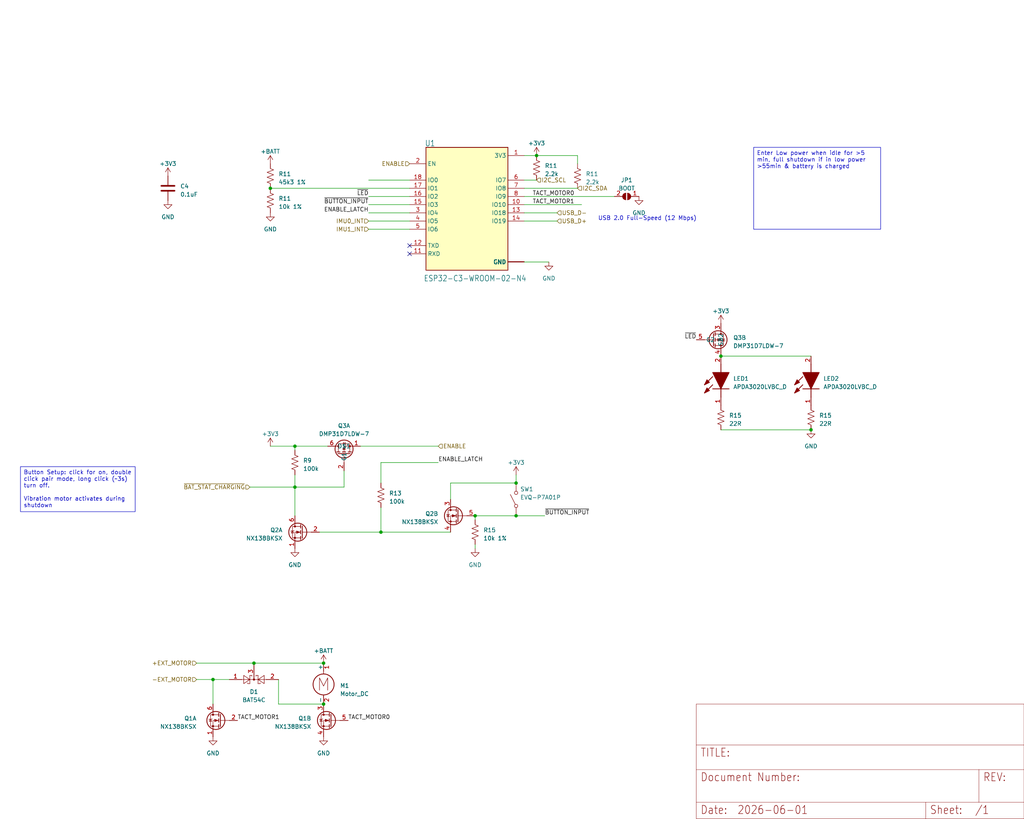
<source format=kicad_sch>
(kicad_sch (version 20230121) (generator eeschema)
  (paper "User" 317.5 254.051)
  (lib_symbols
    (symbol "Device:C" (pin_numbers hide) (pin_names (offset 0.254))
      (property "Reference" "C" (at 0.635 2.54 0))
      (property "Value" "C" (at 0.635 -2.54 0))
      (symbol "C_0_1"
        (polyline (pts (xy -2.032 -0.762) (xy 2.032 -0.762)) (stroke (width 0.508)))
        (polyline (pts (xy -2.032 0.762) (xy 2.032 0.762)) (stroke (width 0.508)))
      )
      (symbol "C_1_1"
        (pin passive line (at 0 3.81 270) (length 2.794) (name "~") (number "1"))
        (pin passive line (at 0 -3.81 90) (length 2.794) (name "~") (number "2"))
      )
    )
    (symbol "Device:R_US" (pin_numbers hide) (pin_names (offset 0))
      (property "Reference" "R" (at 2.54 0 90))
      (property "Value" "R_US" (at -2.54 0 90))
      (symbol "R_US_0_1"
        (polyline (pts (xy 0 -2.286) (xy 0 -2.54)))
        (polyline (pts (xy 0 2.286) (xy 0 2.54)))
        (polyline (pts (xy 0 -0.762) (xy 1.016 -1.143) (xy 0 -1.524) (xy -1.016 -1.905) (xy 0 -2.286)))
        (polyline (pts (xy 0 0.762) (xy 1.016 0.381) (xy 0 0) (xy -1.016 -0.381) (xy 0 -0.762)))
        (polyline (pts (xy 0 2.286) (xy 1.016 1.905) (xy 0 1.524) (xy -1.016 1.143) (xy 0 0.762)))
      )
      (symbol "R_US_1_1"
        (pin passive line (at 0 3.81 270) (length 1.27) (name "~") (number "1"))
        (pin passive line (at 0 -3.81 90) (length 1.27) (name "~") (number "2"))
      )
    )
    (symbol "Diode:BAT54C" (pin_names (offset 1.016))
      (property "Reference" "D" (at 0.635 -3.81 0))
      (property "Value" "BAT54C" (at -6.35 3.175 0))
      (symbol "BAT54C_0_1"
        (polyline (pts (xy -1.905 0) (xy 1.905 0)))
        (polyline (pts (xy -1.905 1.27) (xy -1.905 1.016)))
        (polyline (pts (xy -1.27 -1.27) (xy -0.635 -1.27)))
        (polyline (pts (xy -1.27 0) (xy -3.81 0)))
        (polyline (pts (xy -1.27 1.27) (xy -1.905 1.27)))
        (polyline (pts (xy -1.27 1.27) (xy -1.27 -1.27)))
        (polyline (pts (xy -0.635 -1.27) (xy -0.635 -1.016)))
        (polyline (pts (xy 0.635 -1.27) (xy 0.635 -1.016)))
        (polyline (pts (xy 1.27 -1.27) (xy 0.635 -1.27)))
        (polyline (pts (xy 1.27 1.27) (xy 1.27 -1.27)))
        (polyline (pts (xy 1.27 1.27) (xy 1.905 1.27)))
        (polyline (pts (xy 1.905 1.27) (xy 1.905 1.016)))
        (polyline (pts (xy 3.81 0) (xy 1.27 0)))
        (polyline (pts (xy -3.175 -1.27) (xy -3.175 1.27) (xy -1.27 0) (xy -3.175 -1.27)))
        (polyline (pts (xy 3.175 -1.27) (xy 3.175 1.27) (xy 1.27 0) (xy 3.175 -1.27)))
        (circle (center 0 0) (radius 0.254) (fill (type outline)))
      )
      (symbol "BAT54C_1_1"
        (pin passive line (at -7.62 0 0) (length 3.81) (name "~") (number "1"))
        (pin passive line (at 7.62 0 180) (length 3.81) (name "~") (number "2"))
        (pin passive line (at 0 -5.08 90) (length 5.08) (name "~") (number "3"))
      )
    )
    (symbol "Eros Tracker-eagle-import:FRAME_A_L"
      (symbol "FRAME_A_L_1_0"
        (polyline (pts (xy 0 43.18) (xy 3.81 43.18)))
        (polyline (pts (xy 0 86.36) (xy 3.81 86.36)))
        (polyline (pts (xy 0 129.54) (xy 3.81 129.54)))
        (polyline (pts (xy 0 172.72) (xy 3.81 172.72)))
        (polyline (pts (xy 3.81 3.81) (xy 3.81 212.09)))
        (polyline (pts (xy 46.5667 0) (xy 46.5667 3.81)))
        (polyline (pts (xy 93.1333 0) (xy 93.1333 3.81)))
        (polyline (pts (xy 139.7 0) (xy 139.7 3.81)))
        (polyline (pts (xy 186.2667 0) (xy 186.2667 3.81)))
        (polyline (pts (xy 232.8333 0) (xy 232.8333 3.81)))
        (polyline (pts (xy 275.59 3.81) (xy 275.59 212.09)))
        (polyline (pts (xy 275.59 43.18) (xy 279.4 43.18)))
        (polyline (pts (xy 275.59 86.36) (xy 279.4 86.36)))
        (polyline (pts (xy 275.59 129.54) (xy 279.4 129.54)))
        (polyline (pts (xy 275.59 172.72) (xy 279.4 172.72)))
        (polyline (pts (xy 275.59 212.09) (xy 3.81 212.09)))
        (polyline (pts (xy 0 0) (xy 279.4 0) (xy 279.4 215.9) (xy 0 215.9) (xy 0 0)))
        (text "1" (at 23.2833 213.995 0) (effects (font (size 2.54 2.286))))
        (text "2" (at 69.85 213.995 0) (effects (font (size 2.54 2.286))))
        (text "3" (at 116.4167 213.995 0) (effects (font (size 2.54 2.286))))
        (text "4" (at 162.9833 213.995 0) (effects (font (size 2.54 2.286))))
        (text "5" (at 209.55 213.995 0) (effects (font (size 2.54 2.286))))
        (text "6" (at 256.1167 213.995 0) (effects (font (size 2.54 2.286))))
        (text "A" (at 1.905 194.31 0) (effects (font (size 2.54 2.286))))
        (text "A" (at 277.495 194.31 0) (effects (font (size 2.54 2.286))))
        (text "B" (at 1.905 151.13 0) (effects (font (size 2.54 2.286))))
        (text "B" (at 277.495 151.13 0) (effects (font (size 2.54 2.286))))
        (text "C" (at 1.905 107.95 0) (effects (font (size 2.54 2.286))))
        (text "C" (at 277.495 107.95 0) (effects (font (size 2.54 2.286))))
        (text "D" (at 1.905 64.77 0) (effects (font (size 2.54 2.286))))
        (text "D" (at 277.495 64.77 0) (effects (font (size 2.54 2.286))))
        (text "E" (at 1.905 21.59 0) (effects (font (size 2.54 2.286))))
        (text "E" (at 277.495 21.59 0) (effects (font (size 2.54 2.286))))
      )
      (symbol "FRAME_A_L_2_0"
        (polyline (pts (xy 0 0) (xy 0 5.08)) (stroke (width 0.1016)))
        (polyline (pts (xy 0 0) (xy 71.12 0)) (stroke (width 0.1016)))
        (polyline (pts (xy 0 5.08) (xy 0 15.24)) (stroke (width 0.1016)))
        (polyline (pts (xy 0 5.08) (xy 71.12 5.08)) (stroke (width 0.1016)))
        (polyline (pts (xy 0 15.24) (xy 0 22.86)) (stroke (width 0.1016)))
        (polyline (pts (xy 0 22.86) (xy 0 35.56)) (stroke (width 0.1016)))
        (polyline (pts (xy 0 22.86) (xy 101.6 22.86)) (stroke (width 0.1016)))
        (polyline (pts (xy 71.12 0) (xy 101.6 0)) (stroke (width 0.1016)))
        (polyline (pts (xy 71.12 5.08) (xy 71.12 0)) (stroke (width 0.1016)))
        (polyline (pts (xy 71.12 5.08) (xy 87.63 5.08)) (stroke (width 0.1016)))
        (polyline (pts (xy 87.63 5.08) (xy 101.6 5.08)) (stroke (width 0.1016)))
        (polyline (pts (xy 87.63 15.24) (xy 0 15.24)) (stroke (width 0.1016)))
        (polyline (pts (xy 87.63 15.24) (xy 87.63 5.08)) (stroke (width 0.1016)))
        (polyline (pts (xy 101.6 5.08) (xy 101.6 0)) (stroke (width 0.1016)))
        (polyline (pts (xy 101.6 15.24) (xy 87.63 15.24)) (stroke (width 0.1016)))
        (polyline (pts (xy 101.6 15.24) (xy 101.6 5.08)) (stroke (width 0.1016)))
        (polyline (pts (xy 101.6 22.86) (xy 101.6 15.24)) (stroke (width 0.1016)))
        (polyline (pts (xy 101.6 35.56) (xy 0 35.56)) (stroke (width 0.1016)))
        (polyline (pts (xy 101.6 35.56) (xy 101.6 22.86)) (stroke (width 0.1016)))
        (text "${#}/${##}" (at 86.36 1.27 0) (effects (font (size 2.54 2.159)) (justify left bottom)))
        (text "${CURRENT_DATE}" (at 12.7 1.27 0) (effects (font (size 2.54 2.159)) (justify left bottom)))
        (text "${PROJECTNAME}" (at 17.78 19.05 0) (effects (font (size 2.54 2.159)) (justify left bottom)))
        (text "Date:" (at 1.27 1.27 0) (effects (font (size 2.54 2.159)) (justify left bottom)))
        (text "Document Number:" (at 1.27 11.43 0) (effects (font (size 2.54 2.159)) (justify left bottom)))
        (text "REV:" (at 88.9 11.43 0) (effects (font (size 2.54 2.159)) (justify left bottom)))
        (text "Sheet:" (at 72.39 1.27 0) (effects (font (size 2.54 2.159)) (justify left bottom)))
        (text "TITLE:" (at 1.27 19.05 0) (effects (font (size 2.54 2.159)) (justify left bottom)))
      )
    )
    (symbol "Eros Tracker:APDA3020LVBC_D" (pin_names hide)
      (property "Reference" "LED" (at 12.7 8.89 0))
      (property "Value" "APDA3020LVBC_D" (at 12.7 6.35 0))
      (symbol "APDA3020LVBC_D_1_1"
        (polyline (pts (xy 2.54 0) (xy 5.08 0)) (stroke (width 0.254)))
        (polyline (pts (xy 5.08 2.54) (xy 5.08 -2.54)) (stroke (width 0.254)))
        (polyline (pts (xy 6.35 2.54) (xy 3.81 5.08)) (stroke (width 0.254)))
        (polyline (pts (xy 8.89 2.54) (xy 6.35 5.08)) (stroke (width 0.254)))
        (polyline (pts (xy 10.16 0) (xy 12.7 0)) (stroke (width 0.254)))
        (polyline (pts (xy 5.08 0) (xy 10.16 2.54) (xy 10.16 -2.54) (xy 5.08 0)) (stroke (width 0.254)) (fill (type outline)))
        (polyline (pts (xy 5.334 4.318) (xy 4.572 3.556) (xy 3.81 5.08) (xy 5.334 4.318)) (stroke (width 0.254)) (fill (type outline)))
        (polyline (pts (xy 7.874 4.318) (xy 7.112 3.556) (xy 6.35 5.08) (xy 7.874 4.318)) (stroke (width 0.254)) (fill (type outline)))
        (pin passive line (at 0 0 0) (length 2.54) (name "K") (number "1"))
        (pin passive line (at 15.24 0 180) (length 2.54) (name "A") (number "2"))
      )
    )
    (symbol "Eros Tracker:DMP31D7LDW-7"
      (property "Reference" "Q" (at 2.54 7.62 0))
      (property "Value" "DMP31D7LDW-7" (at 2.54 5.08 0))
      (symbol "DMP31D7LDW-7_0_1"
        (circle (center -0.889 0) (radius 2.794) (stroke (width 0.254)))
        (circle (center 0 -1.778) (radius 0.254) (fill (type outline)))
        (polyline (pts (xy -2.286 0) (xy -5.08 0)))
        (polyline (pts (xy -2.286 1.905) (xy -2.286 -1.905)) (stroke (width 0.254)))
        (polyline (pts (xy -1.778 -1.27) (xy -1.778 -2.286)) (stroke (width 0.254)))
        (polyline (pts (xy -1.778 0.508) (xy -1.778 -0.508)) (stroke (width 0.254)))
        (polyline (pts (xy -1.778 2.286) (xy -1.778 1.27)) (stroke (width 0.254)))
        (polyline (pts (xy 0 2.54) (xy 0 1.778)))
        (polyline (pts (xy 0 -2.54) (xy 0 0) (xy -1.778 0)))
        (polyline (pts (xy -1.778 -1.778) (xy 0.762 -1.778) (xy 0.762 1.778) (xy -1.778 1.778)))
        (polyline (pts (xy 0 0) (xy -1.016 0.381) (xy -1.016 -0.381) (xy 0 0)) (fill (type outline)))
        (polyline (pts (xy 0.254 -0.508) (xy 0.381 -0.381) (xy 1.143 -0.381) (xy 1.27 -0.254)))
        (polyline (pts (xy 0.762 -0.381) (xy 0.381 0.254) (xy 1.143 0.254) (xy 0.762 -0.381)))
        (circle (center 0 1.778) (radius 0.254) (fill (type outline)))
      )
      (symbol "DMP31D7LDW-7_1_1"
        (pin passive line (at 0 -5.08 90) (length 2.54) (name "S1") (number "1"))
        (pin passive line (at -7.62 0 0) (length 2.54) (name "G1") (number "2"))
        (pin passive line (at 0 5.08 270) (length 2.54) (name "D1") (number "6"))
      )
      (symbol "DMP31D7LDW-7_2_1"
        (pin passive line (at 0 5.08 270) (length 2.54) (name "D2") (number "3"))
        (pin passive line (at 0 -5.08 90) (length 2.54) (name "S2") (number "4"))
        (pin passive line (at -7.62 0 0) (length 2.54) (name "G2") (number "5"))
      )
    )
    (symbol "Eros Tracker:ESP32-C3-WROOM-02-N4"
      (property "Reference" "U?" (at -12.7 21.082 0))
      (property "Value" "ESP32-C3-WROOM-02-N4" (at -12.7 -18.542 0))
      (symbol "ESP32-C3-WROOM-02-N4_1_0"
        (pin power_in line (at 17.78 17.78 180) (length 5.08) (name "3V3") (number "1"))
        (pin bidirectional line (at 17.78 2.54 180) (length 5.08) (name "IO10") (number "10"))
        (pin bidirectional line (at -17.78 -12.7 0) (length 5.08) (name "RXD") (number "11"))
        (pin bidirectional line (at -17.78 -10.16 0) (length 5.08) (name "TXD") (number "12"))
        (pin bidirectional line (at 17.78 0 180) (length 5.08) (name "IO18") (number "13"))
        (pin bidirectional line (at 17.78 -2.54 180) (length 5.08) (name "IO19") (number "14"))
        (pin bidirectional line (at -17.78 2.54 0) (length 5.08) (name "IO3") (number "15"))
        (pin bidirectional line (at -17.78 5.08 0) (length 5.08) (name "IO2") (number "16"))
        (pin bidirectional line (at -17.78 7.62 0) (length 5.08) (name "IO1") (number "17"))
        (pin bidirectional line (at -17.78 10.16 0) (length 5.08) (name "IO0") (number "18"))
        (pin power_in line (at 17.78 -15.24 180) (length 5.08) (name "GND") (number "19"))
        (pin input line (at -17.78 15.24 0) (length 5.08) (name "EN") (number "2"))
        (pin power_in line (at 17.78 -15.24 180) (length 5.08) (name "GND") (number "20"))
        (pin power_in line (at 17.78 -15.24 180) (length 5.08) (name "GND") (number "21"))
        (pin power_in line (at 17.78 -15.24 180) (length 5.08) (name "GND") (number "22"))
        (pin power_in line (at 17.78 -15.24 180) (length 5.08) (name "GND") (number "23"))
        (pin power_in line (at 17.78 -15.24 180) (length 5.08) (name "GND") (number "24"))
        (pin power_in line (at 17.78 -15.24 180) (length 5.08) (name "GND") (number "25"))
        (pin power_in line (at 17.78 -15.24 180) (length 5.08) (name "GND") (number "26"))
        (pin power_in line (at 17.78 -15.24 180) (length 5.08) (name "GND") (number "27"))
        (pin power_in line (at 17.78 -15.24 180) (length 5.08) (name "GND") (number "28"))
        (pin power_in line (at 17.78 -15.24 180) (length 5.08) (name "GND") (number "29"))
        (pin bidirectional line (at -17.78 0 0) (length 5.08) (name "IO4") (number "3"))
        (pin power_in line (at 17.78 -15.24 180) (length 5.08) (name "GND") (number "30"))
        (pin power_in line (at 17.78 -15.24 180) (length 5.08) (name "GND") (number "31"))
        (pin power_in line (at 17.78 -15.24 180) (length 5.08) (name "GND") (number "32"))
        (pin power_in line (at 17.78 -15.24 180) (length 5.08) (name "GND") (number "33"))
        (pin power_in line (at 17.78 -15.24 180) (length 5.08) (name "GND") (number "34"))
        (pin power_in line (at 17.78 -15.24 180) (length 5.08) (name "GND") (number "35"))
        (pin power_in line (at 17.78 -15.24 180) (length 5.08) (name "GND") (number "36"))
        (pin power_in line (at 17.78 -15.24 180) (length 5.08) (name "GND") (number "37"))
        (pin power_in line (at 17.78 -15.24 180) (length 5.08) (name "GND") (number "38"))
        (pin power_in line (at 17.78 -15.24 180) (length 5.08) (name "GND") (number "39"))
        (pin bidirectional line (at -17.78 -2.54 0) (length 5.08) (name "IO5") (number "4"))
        (pin bidirectional line (at -17.78 -5.08 0) (length 5.08) (name "IO6") (number "5"))
        (pin bidirectional line (at 17.78 10.16 180) (length 5.08) (name "IO7") (number "6"))
        (pin bidirectional line (at 17.78 7.62 180) (length 5.08) (name "IO8") (number "7"))
        (pin bidirectional line (at 17.78 5.08 180) (length 5.08) (name "IO9") (number "8"))
        (pin power_in line (at 17.78 -15.24 180) (length 5.08) (name "GND") (number "9"))
      )
      (symbol "ESP32-C3-WROOM-02-N4_1_1"
        (rectangle (start -12.7 20.32) (end 12.7 -17.78) (stroke (width 0.254)) (fill (type background)))
      )
    )
    (symbol "Eros Tracker:EVQ-P7A01P" (pin_numbers hide) (pin_names hide)
      (property "Reference" "SW" (at 2.54 7.62 0))
      (property "Value" "EVQ-P7A01P" (at 2.54 5.08 0))
      (symbol "EVQ-P7A01P_0_0"
        (polyline (pts (xy 3.556 0.254) (xy 6.604 1.778)))
        (circle (center 3.048 0) (radius 0.508))
        (circle (center 7.112 0) (radius 0.508))
      )
      (symbol "EVQ-P7A01P_1_1"
        (pin passive line (at 0 0 0) (length 2.54) (name "NO_1") (number "1"))
        (pin passive line (at 0 0 0) (length 2.54) hide (name "NO_2") (number "2"))
        (pin passive line (at 10.16 0 180) (length 2.54) (name "COM_1") (number "3"))
        (pin passive line (at 10.16 0 180) (length 2.54) hide (name "COM_2") (number "4"))
      )
    )
    (symbol "Eros Tracker:NX138BKSX" (pin_names hide)
      (property "Reference" "Q" (at 2.54 5.588 0))
      (property "Value" "NX138BKSX" (at 3.81 3.556 0))
      (symbol "NX138BKSX_0_1"
        (circle (center -0.889 0) (radius 2.794) (stroke (width 0.254)))
        (circle (center 0 -1.778) (radius 0.254) (fill (type outline)))
        (polyline (pts (xy -2.286 0) (xy -5.08 0)))
        (polyline (pts (xy -2.286 1.905) (xy -2.286 -1.905)) (stroke (width 0.254)))
        (polyline (pts (xy -1.778 -1.27) (xy -1.778 -2.286)) (stroke (width 0.254)))
        (polyline (pts (xy -1.778 0.508) (xy -1.778 -0.508)) (stroke (width 0.254)))
        (polyline (pts (xy -1.778 2.286) (xy -1.778 1.27)) (stroke (width 0.254)))
        (polyline (pts (xy 0 2.54) (xy 0 1.778)))
        (polyline (pts (xy 0 -2.54) (xy 0 0) (xy -1.778 0)))
        (polyline (pts (xy -1.778 -1.778) (xy 0.762 -1.778) (xy 0.762 1.778) (xy -1.778 1.778)))
        (polyline (pts (xy -1.524 0) (xy -0.508 0.381) (xy -0.508 -0.381) (xy -1.524 0)) (fill (type outline)))
        (polyline (pts (xy 0.254 0.508) (xy 0.381 0.381) (xy 1.143 0.381) (xy 1.27 0.254)))
        (polyline (pts (xy 0.762 0.381) (xy 0.381 -0.254) (xy 1.143 -0.254) (xy 0.762 0.381)))
        (circle (center 0 1.778) (radius 0.254) (fill (type outline)))
      )
      (symbol "NX138BKSX_1_1"
        (pin passive line (at 0 -5.08 90) (length 2.54) (name "S1") (number "1"))
        (pin input line (at -7.62 0 0) (length 2.54) (name "G1") (number "2"))
        (pin passive line (at 0 5.08 270) (length 2.54) (name "D1") (number "6"))
      )
      (symbol "NX138BKSX_2_1"
        (pin passive line (at 0 5.08 270) (length 2.54) (name "D2") (number "3"))
        (pin passive line (at 0 -5.08 90) (length 2.54) (name "S2") (number "4"))
        (pin input line (at -7.62 0 0) (length 2.54) (name "G2") (number "5"))
      )
    )
    (symbol "Jumper:SolderJumper_2_Open" (pin_names (offset 0) hide)
      (property "Reference" "JP" (at 0 2.032 0))
      (property "Value" "SolderJumper_2_Open" (at 0 -2.54 0))
      (symbol "SolderJumper_2_Open_0_1"
        (arc (start -0.254 1.016) (mid -1.2656 0) (end -0.254 -1.016))
        (arc (start -0.254 1.016) (mid -1.2656 0) (end -0.254 -1.016) (fill (type outline)))
        (polyline (pts (xy -0.254 1.016) (xy -0.254 -1.016)))
        (polyline (pts (xy 0.254 1.016) (xy 0.254 -1.016)))
        (arc (start 0.254 -1.016) (mid 1.2656 0) (end 0.254 1.016))
        (arc (start 0.254 -1.016) (mid 1.2656 0) (end 0.254 1.016) (fill (type outline)))
      )
      (symbol "SolderJumper_2_Open_1_1"
        (pin passive line (at -3.81 0 0) (length 2.54) (name "A") (number "1"))
        (pin passive line (at 3.81 0 180) (length 2.54) (name "B") (number "2"))
      )
    )
    (symbol "Motor:Motor_DC" (pin_names (offset 0))
      (property "Reference" "M" (at 2.54 2.54 0))
      (property "Value" "Motor_DC" (at 2.54 -5.08 0))
      (symbol "Motor_DC_0_0"
        (polyline (pts (xy -1.27 -3.302) (xy -1.27 0.508) (xy 0 -2.032) (xy 1.27 0.508) (xy 1.27 -3.302)))
      )
      (symbol "Motor_DC_0_1"
        (circle (center 0 -1.524) (radius 3.2512) (stroke (width 0.254)))
        (polyline (pts (xy 0 -7.62) (xy 0 -7.112)))
        (polyline (pts (xy 0 -4.7752) (xy 0 -5.1816)))
        (polyline (pts (xy 0 1.7272) (xy 0 2.0828)))
        (polyline (pts (xy 0 2.032) (xy 0 2.54)))
      )
      (symbol "Motor_DC_1_1"
        (pin passive line (at 0 5.08 270) (length 2.54) (name "+") (number "1"))
        (pin passive line (at 0 -7.62 90) (length 2.54) (name "-") (number "2"))
      )
    )
    (symbol "power:+3V3" (power) (pin_names (offset 0))
      (property "Value" "+3V3" (at 0 3.556 0))
      (symbol "+3V3_0_1"
        (polyline (pts (xy -0.762 1.27) (xy 0 2.54)))
        (polyline (pts (xy 0 0) (xy 0 2.54)))
        (polyline (pts (xy 0 2.54) (xy 0.762 1.27)))
      )
      (symbol "+3V3_1_1"
        (pin power_in line (at 0 0 90) (length 0) hide (name "+3V3") (number "1"))
      )
    )
    (symbol "power:+BATT" (power) (pin_names (offset 0))
      (property "Value" "+BATT" (at 0 3.556 0))
      (symbol "+BATT_0_1"
        (polyline (pts (xy -0.762 1.27) (xy 0 2.54)))
        (polyline (pts (xy 0 0) (xy 0 2.54)))
        (polyline (pts (xy 0 2.54) (xy 0.762 1.27)))
      )
      (symbol "+BATT_1_1"
        (pin power_in line (at 0 0 90) (length 0) hide (name "+BATT") (number "1"))
      )
    )
    (symbol "power:GND" (power) (pin_names (offset 0))
      (property "Value" "GND" (at 0 -3.81 0))
      (symbol "GND_0_1"
        (polyline (pts (xy 0 0) (xy 0 -1.27) (xy 1.27 -1.27) (xy 0 -2.54) (xy -1.27 -1.27) (xy 0 -1.27)))
      )
      (symbol "GND_1_1"
        (pin power_in line (at 0 0 270) (length 0) hide (name "GND") (number "1"))
      )
    )
  )
  (junction (at 251.46 133.35))
  (junction (at 147.32 160.02))
  (junction (at 91.44 151.13))
  (junction (at 166.37 48.26))
  (junction (at 160.02 149.86))
  (junction (at 78.74 205.74))
  (junction (at 83.82 58.42))
  (junction (at 100.33 218.44))
  (junction (at 91.44 138.43))
  (junction (at 118.11 165.1))
  (junction (at 100.33 205.74))
  (junction (at 160.02 160.02))
  (junction (at 66.04 210.82))
  (junction (at 223.52 110.49))
  (no_connect (at 127 78.74))
  (no_connect (at 127 76.2))
  (wire (pts (xy 223.52 110.49) (xy 251.46 110.49)))
  (wire (pts (xy 114.3 63.5) (xy 127 63.5)))
  (wire (pts (xy 118.11 143.51) (xy 135.89 143.51)))
  (wire (pts (xy 77.47 151.13) (xy 91.44 151.13)))
  (wire (pts (xy 139.7 149.86) (xy 139.7 154.94)))
  (wire (pts (xy 170.18 81.28) (xy 162.56 81.28)))
  (wire (pts (xy 162.56 66.04) (xy 172.72 66.04)))
  (wire (pts (xy 91.44 138.43) (xy 101.6 138.43)))
  (wire (pts (xy 86.36 218.44) (xy 86.36 210.82)))
  (wire (pts (xy 91.44 139.7) (xy 91.44 138.43)))
  (wire (pts (xy 106.68 146.05) (xy 106.68 151.13)))
  (wire (pts (xy 114.3 60.96) (xy 127 60.96)))
  (wire (pts (xy 106.68 151.13) (xy 91.44 151.13)))
  (wire (pts (xy 162.56 60.96) (xy 190.5 60.96)))
  (wire (pts (xy 139.7 149.86) (xy 160.02 149.86)))
  (wire (pts (xy 162.56 63.5) (xy 180.34 63.5)))
  (wire (pts (xy 114.3 66.04) (xy 127 66.04)))
  (wire (pts (xy 114.3 71.12) (xy 127 71.12)))
  (wire (pts (xy 147.32 160.02) (xy 160.02 160.02)))
  (wire (pts (xy 147.32 168.91) (xy 147.32 170.18)))
  (wire (pts (xy 111.76 138.43) (xy 135.89 138.43)))
  (wire (pts (xy 91.44 147.32) (xy 91.44 151.13)))
  (wire (pts (xy 162.56 58.42) (xy 179.07 58.42)))
  (wire (pts (xy 66.04 210.82) (xy 66.04 218.44)))
  (wire (pts (xy 179.07 50.8) (xy 179.07 48.26)))
  (wire (pts (xy 118.11 165.1) (xy 139.7 165.1)))
  (wire (pts (xy 166.37 48.26) (xy 162.56 48.26)))
  (wire (pts (xy 78.74 205.74) (xy 100.33 205.74)))
  (wire (pts (xy 83.82 138.43) (xy 91.44 138.43)))
  (wire (pts (xy 60.96 210.82) (xy 66.04 210.82)))
  (wire (pts (xy 162.56 55.88) (xy 166.37 55.88)))
  (wire (pts (xy 71.12 210.82) (xy 66.04 210.82)))
  (wire (pts (xy 160.02 147.32) (xy 160.02 149.86)))
  (wire (pts (xy 118.11 143.51) (xy 118.11 149.86)))
  (wire (pts (xy 83.82 58.42) (xy 127 58.42)))
  (wire (pts (xy 160.02 160.02) (xy 168.91 160.02)))
  (wire (pts (xy 114.3 68.58) (xy 127 68.58)))
  (wire (pts (xy 179.07 48.26) (xy 166.37 48.26)))
  (wire (pts (xy 223.52 133.35) (xy 251.46 133.35)))
  (wire (pts (xy 91.44 151.13) (xy 91.44 160.02)))
  (wire (pts (xy 99.06 165.1) (xy 118.11 165.1)))
  (wire (pts (xy 147.32 161.29) (xy 147.32 160.02)))
  (wire (pts (xy 60.96 205.74) (xy 78.74 205.74)))
  (wire (pts (xy 162.56 68.58) (xy 172.72 68.58)))
  (wire (pts (xy 118.11 157.48) (xy 118.11 165.1)))
  (wire (pts (xy 114.3 55.88) (xy 127 55.88)))
  (wire (pts (xy 100.33 218.44) (xy 86.36 218.44)))
  (text_box "Button Setup: click for on, double click pair mode, long click (~3s) turn off.\n\nVibration motor activates during shutdown\n" (at 6.35 144.78 0) (size 35.56 13.97) (effects (font (size 1.27 1.27)) (justify left top)))
  (text_box "Enter Low power when idle for >5 min, full shutdown if in low power >55min & battery is charged" (at 233.68 45.72 0) (size 39.37 25.4) (effects (font (size 1.27 1.27)) (justify left top)))
  (text "USB 2.0 Full-Speed (12 Mbps)" (at 185.42 68.58 0) (effects (font (size 1.27 1.27)) (justify left bottom)))
  (label "~{BUTTON_INPUT}" (at 168.91 160.02 0))
  (label "ENABLE_LATCH" (at 135.89 143.51 0))
  (label "TACT_MOTOR0" (at 165.1 60.96 0))
  (label "TACT_MOTOR0" (at 107.95 223.52 0))
  (label "TACT_MOTOR1" (at 73.66 223.52 0))
  (label "~{BUTTON_INPUT}" (at 114.3 63.5 180))
  (label "ENABLE_LATCH" (at 114.3 66.04 180))
  (label "TACT_MOTOR1" (at 165.1 63.5 0))
  (label "~{LED}" (at 114.3 60.96 180) (property "Intersheetrefs" "${INTERSHEET_REFS}" (effects hide)))
  (label "~{LED}" (at 215.9 105.41 180) (property "Intersheetrefs" "${INTERSHEET_REFS}" (effects hide)))
  (hierarchical_label "ENABLE" (shape input) (at 127 50.8 180))
  (hierarchical_label "USB_D-" (shape input) (at 172.72 66.04 0))
  (hierarchical_label "ENABLE" (shape input) (at 135.89 138.43 0))
  (hierarchical_label "I2C_SCL" (shape input) (at 166.37 55.88 0) (property "Intersheetrefs" "${INTERSHEET_REFS}" (effects hide)))
  (hierarchical_label "~{BAT_STAT_CHARGING}" (shape input) (at 77.47 151.13 180))
  (hierarchical_label "USB_D+" (shape input) (at 172.72 68.58 0))
  (hierarchical_label "+EXT_MOTOR" (shape input) (at 60.96 205.74 180) (property "Intersheetrefs" "${INTERSHEET_REFS}" (effects hide)))
  (hierarchical_label "IMU0_INT" (shape input) (at 114.3 68.58 180) (property "Intersheetrefs" "${INTERSHEET_REFS}" (effects hide)))
  (hierarchical_label "I2C_SDA" (shape input) (at 179.07 58.42 0) (property "Intersheetrefs" "${INTERSHEET_REFS}" (effects hide)))
  (hierarchical_label "-EXT_MOTOR" (shape input) (at 60.96 210.82 180) (property "Intersheetrefs" "${INTERSHEET_REFS}" (effects hide)))
  (hierarchical_label "IMU1_INT" (shape input) (at 114.3 71.12 180) (property "Intersheetrefs" "${INTERSHEET_REFS}" (effects hide)))
  (symbol (lib_id "Device:R_US") (at 118.11 153.67 0) (unit 1)
    (property "Reference" "R13" (at 120.65 153.035 0) (effects (justify left)))
    (property "Value" "100k" (at 120.65 155.575 0) (effects (justify left)))
    (property "Footprint" "Resistor_SMD:R_0805_2012Metric" (effects hide))
    (property "Manufacturer_Name" "YAGEO" (effects hide))
    (property "Manufacturer_Part_Number" "RT0805FRE07100KL" (effects hide))
    (property "Mouser Part Number" "603-RT0805FRE07100KL" (effects hide))
    (property "Mouser Price/Stock" "https://www.mouser.com/ProductDetail/YAGEO/RT0805FRE07100KL?qs=Fz%2FrpjPuTcGvkl7NTQ8bxw%3D%3D" (effects hide))
    (instances (project "Eros Tracker" (path "" (reference "R13") (unit 1)) (path "" (reference "R4") (unit 1))))
  )
  (symbol (lib_id "Device:R_US") (at 179.07 54.61 0) (unit 1)
    (property "Reference" "R11" (at 181.61 53.975 0) (effects (justify left)))
    (property "Value" "2.2k" (at 181.61 56.515 0) (effects (justify left)))
    (property "Footprint" "Resistor_SMD:R_0805_2012Metric" (effects hide))
    (property "Manufacturer_Name" "YAGEO" (effects hide))
    (property "Manufacturer_Part_Number" "RT0805FRE132K2L" (effects hide))
    (property "Mouser Part Number" "603-RT0805FRE132K2L" (effects hide))
    (property "Mouser Price/Stock" "https://www.mouser.com/ProductDetail/YAGEO/RT0805FRE132K2L?qs=1mbolxNpo8exiBAxJ2f5fA%3D%3D" (effects hide))
    (instances (project "Eros Tracker" (path "" (reference "R11") (unit 1)) (path "" (reference "R7") (unit 1))))
  )
  (symbol (lib_id "Device:C") (at 52.07 58.42 0) (unit 1)
    (property "Reference" "C4" (at 55.88 57.785 0) (effects (justify left)))
    (property "Value" "0.1uF" (at 55.88 60.325 0) (effects (justify left)))
    (property "Footprint" "Capacitor_SMD:C_0805_2012Metric" (effects hide))
    (property "Manufacturer_Name" "Samsung" (effects hide))
    (property "Manufacturer_Part_Number" "CL21B104MACNNNC" (effects hide))
    (property "Mouser Part Number" "187-CL21B104MACNNNC" (effects hide))
    (property "Mouser Price/Stock" "https://www.mouser.com/ProductDetail/Samsung-Electro-Mechanics/CL21B104MACNNNC?qs=xZ%2FP%252Ba9zWqbIolF6La19LA%3D%3D" (effects hide))
    (instances (project "Eros Tracker" (path "" (reference "C4") (unit 1)) (path "" (reference "C1") (unit 1))))
  )
  (symbol (lib_id "Jumper:SolderJumper_2_Open") (at 194.31 60.96 180) (unit 1) (in_bom no)
    (property "Reference" "JP1" (at 194.31 55.88 0))
    (property "Value" "BOOT" (at 194.31 58.42 0))
    (property "Footprint" "Jumper:SolderJumper-2_P1.3mm_Open_RoundedPad1.0x1.5mm" (effects hide))
  )
  (symbol (lib_id "Motor:Motor_DC") (at 100.33 210.82 0) (unit 1)
    (property "Reference" "M1" (at 105.41 212.725 0) (effects (justify left)))
    (property "Value" "Motor_DC" (at 105.41 215.265 0) (effects (justify left)))
    (property "Footprint" "Jumper:SolderJumper-2_P1.3mm_Open_RoundedPad1.0x1.5mm" (effects hide))
  )
  (symbol (lib_id "power:GND") (at 66.04 228.6 0) (unit 1)
    (property "Reference" "#PWR04" (effects hide))
    (property "Value" "GND" (at 66.04 233.68 0))
  )
  (symbol (lib_id "Eros Tracker:DMP31D7LDW-7") (at 106.68 138.43 90) (unit 1)
    (property "Reference" "Q3" (at 106.68 132.08 90))
    (property "Value" "DMP31D7LDW-7" (at 106.68 134.62 90))
    (property "Footprint" "SOT65P210X110-6N" (effects hide))
    (property "Datasheet" "https://www.mouser.com/datasheet/2/115/DIOD_S_A0009645172_1-2543215.pdf" (effects hide))
    (property "Height" "1.1" (effects hide))
    (property "Mouser Part Number" "621-DMP31D7LDW-7" (effects hide))
    (property "Mouser Price/Stock" "https://www.mouser.co.uk/ProductDetail/Diodes-Incorporated/DMP31D7LDW-7?qs=PzGy0jfpSMsBOiHgDjEvRQ%3D%3D" (effects hide))
    (property "Manufacturer_Name" "Diodes Inc." (effects hide))
    (property "Manufacturer_Part_Number" "DMP31D7LDW-7" (effects hide))
  )
  (symbol (lib_id "Eros Tracker:DMP31D7LDW-7") (at 223.52 105.41 0) (unit 2)
    (property "Reference" "Q3" (at 227.33 104.775 0) (effects (justify left)))
    (property "Value" "DMP31D7LDW-7" (at 227.33 107.315 0) (effects (justify left)))
    (property "Footprint" "SOT65P210X110-6N" (effects hide))
    (property "Datasheet" "https://www.mouser.com/datasheet/2/115/DIOD_S_A0009645172_1-2543215.pdf" (effects hide))
    (property "Height" "1.1" (effects hide))
    (property "Mouser Part Number" "621-DMP31D7LDW-7" (effects hide))
    (property "Mouser Price/Stock" "https://www.mouser.co.uk/ProductDetail/Diodes-Incorporated/DMP31D7LDW-7?qs=PzGy0jfpSMsBOiHgDjEvRQ%3D%3D" (effects hide))
    (property "Manufacturer_Name" "Diodes Inc." (effects hide))
    (property "Manufacturer_Part_Number" "DMP31D7LDW-7" (effects hide))
  )
  (symbol (lib_id "Eros Tracker:NX138BKSX") (at 139.7 160.02 0) (mirror y) (unit 2)
    (property "Reference" "Q2" (at 135.89 159.385 0) (effects (justify left)))
    (property "Value" "NX138BKSX" (at 135.89 161.925 0) (effects (justify left)))
    (property "Footprint" "Eros Tracker:SOT65P210X110-6N" (effects hide))
    (property "Datasheet" "https://assets.nexperia.com/documents/data-sheet/NX138BKS.pdf" (effects hide))
    (property "Height" "1.1" (effects hide))
    (property "Mouser Part Number" "771-NX138BKSX" (effects hide))
    (property "Mouser Price/Stock" "https://www.mouser.co.uk/ProductDetail/Nexperia/NX138BKSX?qs=1fQ7IOp4WrgA%2FWbRCM6BQA%3D%3D" (effects hide))
    (property "Manufacturer_Name" "Nexperia" (effects hide))
    (property "Manufacturer_Part_Number" "NX138BKSX" (effects hide))
  )
  (symbol (lib_id "Device:R_US") (at 83.82 62.23 0) (unit 1)
    (property "Reference" "R11" (at 86.36 61.595 0) (effects (justify left)))
    (property "Value" "10k 1%" (at 86.36 64.135 0) (effects (justify left)))
    (property "Footprint" "Resistor_SMD:R_0805_2012Metric" (effects hide))
    (property "Manufacturer_Name" "YAGEO" (effects hide))
    (property "Manufacturer_Part_Number" "RT0805FRE0710KL" (effects hide))
    (property "Mouser Part Number" "603-RT0805FRE0710KL" (effects hide))
    (property "Mouser Price/Stock" "https://www.mouser.com/ProductDetail/YAGEO/RT0805FRE0710KL?qs=Fz%2FrpjPuTcHcdP0eDiVtNg%3D%3D" (effects hide))
    (instances (project "Eros Tracker" (path "" (reference "R11") (unit 1)) (path "" (reference "R2") (unit 1))))
  )
  (symbol (lib_id "Device:R_US") (at 166.37 52.07 0) (unit 1)
    (property "Reference" "R11" (at 168.91 51.435 0) (effects (justify left)))
    (property "Value" "2.2k" (at 168.91 53.975 0) (effects (justify left)))
    (property "Footprint" "Resistor_SMD:R_0805_2012Metric" (effects hide))
    (property "Manufacturer_Name" "YAGEO" (effects hide))
    (property "Manufacturer_Part_Number" "RT0805FRE132K2L" (effects hide))
    (property "Mouser Part Number" "603-RT0805FRE132K2L" (effects hide))
    (property "Mouser Price/Stock" "https://www.mouser.com/ProductDetail/YAGEO/RT0805FRE132K2L?qs=1mbolxNpo8exiBAxJ2f5fA%3D%3D" (effects hide))
    (instances (project "Eros Tracker" (path "" (reference "R11") (unit 1)) (path "" (reference "R6") (unit 1))))
  )
  (symbol (lib_id "Eros Tracker-eagle-import:FRAME_A_L") (at 215.9 254 0) (unit 2)
    (property "Reference" "#FRAME1" (effects hide))
    (property "Value" "FRAME_A_L" (effects hide))
  )
  (symbol (lib_id "power:+3V3") (at 52.07 54.61 0) (unit 1)
    (property "Reference" "#PWR02" (effects hide))
    (property "Value" "+3V3" (at 52.07 50.8 0))
  )
  (symbol (lib_id "power:+BATT") (at 100.33 205.74 0) (unit 1)
    (property "Reference" "#PWR031" (effects hide))
    (property "Value" "+BATT" (at 100.33 201.93 0))
    (instances (project "Eros Tracker" (path "" (reference "#PWR031") (unit 1)) (path "" (reference "#PWR09") (unit 1))))
  )
  (symbol (lib_id "power:GND") (at 100.33 228.6 0) (unit 1)
    (property "Reference" "#PWR010" (effects hide))
    (property "Value" "GND" (at 100.33 233.68 0))
  )
  (symbol (lib_id "power:GND") (at 91.44 170.18 0) (unit 1)
    (property "Reference" "#PWR019" (effects hide))
    (property "Value" "GND" (at 91.44 175.26 0))
    (instances (project "Eros Tracker" (path "" (reference "#PWR019") (unit 1)) (path "" (reference "#PWR08") (unit 1))))
  )
  (symbol (lib_id "Eros Tracker:NX138BKSX") (at 100.33 223.52 0) (mirror y) (unit 2)
    (property "Reference" "Q1" (at 96.52 222.885 0) (effects (justify left)))
    (property "Value" "NX138BKSX" (at 96.52 225.425 0) (effects (justify left)))
    (property "Footprint" "Eros Tracker:SOT65P210X110-6N" (effects hide))
    (property "Datasheet" "https://assets.nexperia.com/documents/data-sheet/NX138BKS.pdf" (effects hide))
    (property "Height" "1.1" (effects hide))
    (property "Mouser Part Number" "771-NX138BKSX" (effects hide))
    (property "Mouser Price/Stock" "https://www.mouser.co.uk/ProductDetail/Nexperia/NX138BKSX?qs=1fQ7IOp4WrgA%2FWbRCM6BQA%3D%3D" (effects hide))
    (property "Manufacturer_Name" "Nexperia" (effects hide))
    (property "Manufacturer_Part_Number" "NX138BKSX" (effects hide))
  )
  (symbol (lib_id "Device:R_US") (at 223.52 129.54 0) (unit 1)
    (property "Reference" "R15" (at 226.06 128.905 0) (effects (justify left)))
    (property "Value" "22R" (at 226.06 131.445 0) (effects (justify left)))
    (property "Footprint" "Resistor_SMD:R_0805_2012Metric" (effects hide))
    (property "Manufacturer_Name" "YAGEO" (effects hide))
    (property "Manufacturer_Part_Number" "RT0805FRE0722RL" (effects hide))
    (property "Mouser Part Number" "603-RT0805FRE0722RL" (effects hide))
    (property "Mouser Price/Stock" "https://www.mouser.com/ProductDetail/YAGEO/RT0805FRE0722RL?qs=4CyHz7GXqSjFgtADk71z4w%3D%3D" (effects hide))
    (instances (project "Eros Tracker" (path "" (reference "R15") (unit 1)) (path "" (reference "R8") (unit 1))))
  )
  (symbol (lib_id "power:GND") (at 83.82 66.04 0) (unit 1)
    (property "Reference" "#PWR06" (effects hide))
    (property "Value" "GND" (at 83.82 71.12 0))
  )
  (symbol (lib_id "Device:R_US") (at 91.44 143.51 0) (unit 1)
    (property "Reference" "R9" (at 93.98 142.875 0) (effects (justify left)))
    (property "Value" "100k" (at 93.98 145.415 0) (effects (justify left)))
    (property "Footprint" "Resistor_SMD:R_0805_2012Metric" (effects hide))
    (property "Manufacturer_Name" "YAGEO" (effects hide))
    (property "Manufacturer_Part_Number" "RT0805FRE07100KL" (effects hide))
    (property "Mouser Part Number" "603-RT0805FRE07100KL" (effects hide))
    (property "Mouser Price/Stock" "https://www.mouser.com/ProductDetail/YAGEO/RT0805FRE07100KL?qs=Fz%2FrpjPuTcGvkl7NTQ8bxw%3D%3D" (effects hide))
    (instances (project "Eros Tracker" (path "" (reference "R9") (unit 1)) (path "" (reference "R3") (unit 1))))
  )
  (symbol (lib_id "power:+BATT") (at 83.82 50.8 0) (unit 1)
    (property "Reference" "#PWR031" (effects hide))
    (property "Value" "+BATT" (at 83.82 46.99 0))
    (instances (project "Eros Tracker" (path "" (reference "#PWR031") (unit 1)) (path "" (reference "#PWR05") (unit 1))))
  )
  (symbol (lib_id "Device:R_US") (at 83.82 54.61 0) (unit 1)
    (property "Reference" "R11" (at 86.36 53.975 0) (effects (justify left)))
    (property "Value" "45k3 1%" (at 86.36 56.515 0) (effects (justify left)))
    (property "Footprint" "Resistor_SMD:R_0805_2012Metric" (effects hide))
    (property "Manufacturer_Name" "YAGEO" (effects hide))
    (property "Manufacturer_Part_Number" "RT0805DRE0745K3L" (effects hide))
    (property "Mouser Part Number" "603-RT0805DRE0745K3L" (effects hide))
    (property "Mouser Price/Stock" "https://www.mouser.com/ProductDetail/YAGEO/RT0805DRE0745K3L?qs=4CyHz7GXqSjubd56XzB8%252BA%3D%3D" (effects hide))
    (instances (project "Eros Tracker" (path "" (reference "R11") (unit 1)) (path "" (reference "R1") (unit 1))))
  )
  (symbol (lib_id "power:GND") (at 147.32 170.18 0) (unit 1)
    (property "Reference" "#PWR025" (effects hide))
    (property "Value" "GND" (at 147.32 175.26 0))
    (instances (project "Eros Tracker" (path "" (reference "#PWR025") (unit 1)) (path "" (reference "#PWR011") (unit 1))))
  )
  (symbol (lib_id "Device:R_US") (at 251.46 129.54 0) (unit 1)
    (property "Reference" "R15" (at 254 128.905 0) (effects (justify left)))
    (property "Value" "22R" (at 254 131.445 0) (effects (justify left)))
    (property "Footprint" "Resistor_SMD:R_0805_2012Metric" (effects hide))
    (property "Manufacturer_Name" "YAGEO" (effects hide))
    (property "Manufacturer_Part_Number" "RT0805FRE0722RL" (effects hide))
    (property "Mouser Part Number" "603-RT0805FRE0722RL" (effects hide))
    (property "Mouser Price/Stock" "https://www.mouser.com/ProductDetail/YAGEO/RT0805FRE0722RL?qs=4CyHz7GXqSjFgtADk71z4w%3D%3D" (effects hide))
    (instances (project "Eros Tracker" (path "" (reference "R15") (unit 1)) (path "" (reference "R9") (unit 1))))
  )
  (symbol (lib_id "Device:R_US") (at 147.32 165.1 0) (unit 1)
    (property "Reference" "R15" (at 149.86 164.465 0) (effects (justify left)))
    (property "Value" "10k 1%" (at 149.86 167.005 0) (effects (justify left)))
    (property "Footprint" "Resistor_SMD:R_0805_2012Metric" (effects hide))
    (property "Manufacturer_Name" "YAGEO" (effects hide))
    (property "Manufacturer_Part_Number" "RT0805FRE0710KL" (effects hide))
    (property "Mouser Part Number" "603-RT0805FRE0710KL" (effects hide))
    (property "Mouser Price/Stock" "https://www.mouser.com/ProductDetail/YAGEO/RT0805FRE0710KL?qs=Fz%2FrpjPuTcHcdP0eDiVtNg%3D%3D" (effects hide))
    (instances (project "Eros Tracker" (path "" (reference "R15") (unit 1)) (path "" (reference "R5") (unit 1))))
  )
  (symbol (lib_id "Eros Tracker:APDA3020LVBC_D") (at 251.46 125.73 90) (unit 1)
    (property "Reference" "LED2" (at 255.27 117.475 90) (effects (justify right)))
    (property "Value" "APDA3020LVBC_D" (at 255.27 120.015 90) (effects (justify right)))
    (property "Footprint" "APDA3020LVBCD" (effects hide))
    (property "Datasheet" "https://www.kingbrightusa.com/images/catalog/SPEC/APDA3020LVBC-D.pdf" (effects hide))
    (property "Height" "3" (effects hide))
    (property "Mouser Part Number" "604-APDA3020LVBCD" (effects hide))
    (property "Mouser Price/Stock" "https://www.mouser.co.uk/ProductDetail/Kingbright/APDA3020LVBC-D?qs=6oMev5NRZMFciq4qGtzS9Q%3D%3D" (effects hide))
    (property "Manufacturer_Name" "Kingbright" (effects hide))
    (property "Manufacturer_Part_Number" "APDA3020LVBC/D" (effects hide))
  )
  (symbol (lib_id "power:GND") (at 170.18 81.28 0) (unit 1)
    (property "Reference" "#PWR014" (effects hide))
    (property "Value" "GND" (at 170.18 86.36 0))
  )
  (symbol (lib_id "power:GND") (at 251.46 133.35 0) (unit 1)
    (property "Reference" "#PWR017" (effects hide))
    (property "Value" "GND" (at 251.46 138.43 0))
  )
  (symbol (lib_id "Eros Tracker:ESP32-C3-WROOM-02-N4") (at 144.78 66.04 0) (unit 1)
    (property "Reference" "U1" (at 133.35 44.45 0) (effects (font (size 1.778 1.5113))))
    (property "Value" "ESP32-C3-WROOM-02-N4" (at 147.32 86.36 0) (effects (font (size 1.778 1.5113))))
    (property "Footprint" "Eros Tracker:MODULE_ESP32-C3-WROOM-02-H4" (effects hide))
    (property "Datasheet" "https://www.mouser.com/datasheet/2/891/Espressif_Systems_04082021_ESP32_C3_WROOM_02-2295851.pdf" (effects hide))
    (property "Manufacturer_Name" "Espressif Systems" (effects hide))
    (property "Manufacturer_Part_Number" "ESP32-C3-WROOM-02-N4" (effects hide))
    (property "Mouser Part Number" "356-ESP32C3WROOM02N4" (effects hide))
    (property "Mouser Price/Stock" "https://www.mouser.com/ProductDetail/Espressif-Systems/ESP32-C3-WROOM-02-N4?qs=sGAEpiMZZMu3sxpa5v1qrhrB%252BBlYHY1O2YkhFjq1w70%3D" (effects hide))
  )
  (symbol (lib_id "Eros Tracker:APDA3020LVBC_D") (at 223.52 125.73 90) (unit 1)
    (property "Reference" "LED1" (at 227.33 117.475 90) (effects (justify right)))
    (property "Value" "APDA3020LVBC_D" (at 227.33 120.015 90) (effects (justify right)))
    (property "Footprint" "APDA3020LVBCD" (effects hide))
    (property "Datasheet" "https://www.kingbrightusa.com/images/catalog/SPEC/APDA3020LVBC-D.pdf" (effects hide))
    (property "Height" "3" (effects hide))
    (property "Mouser Part Number" "604-APDA3020LVBCD" (effects hide))
    (property "Mouser Price/Stock" "https://www.mouser.co.uk/ProductDetail/Kingbright/APDA3020LVBC-D?qs=6oMev5NRZMFciq4qGtzS9Q%3D%3D" (effects hide))
    (property "Manufacturer_Name" "Kingbright" (effects hide))
    (property "Manufacturer_Part_Number" "APDA3020LVBC/D" (effects hide))
  )
  (symbol (lib_id "power:GND") (at 198.12 60.96 0) (unit 1)
    (property "Reference" "#PWR015" (effects hide))
    (property "Value" "GND" (at 198.12 66.04 0))
  )
  (symbol (lib_id "power:+3V3") (at 166.37 48.26 0) (unit 1)
    (property "Reference" "#PWR013" (effects hide))
    (property "Value" "+3V3" (at 166.37 44.45 0))
  )
  (symbol (lib_id "power:+3V3") (at 83.82 138.43 0) (unit 1)
    (property "Reference" "#PWR027" (effects hide))
    (property "Value" "+3V3" (at 83.82 134.62 0))
    (instances (project "Eros Tracker" (path "" (reference "#PWR027") (unit 1)) (path "" (reference "#PWR07") (unit 1))))
  )
  (symbol (lib_id "power:+3V3") (at 223.52 100.33 0) (unit 1)
    (property "Reference" "#PWR016" (effects hide))
    (property "Value" "+3V3" (at 223.52 96.52 0))
  )
  (symbol (lib_id "Eros Tracker:EVQ-P7A01P") (at 160.02 160.02 90) (unit 1)
    (property "Reference" "SW1" (at 161.29 151.765 90) (effects (justify right)))
    (property "Value" "EVQ-P7A01P" (at 161.29 154.305 90) (effects (justify right)))
    (property "Footprint" "EVQP7J01P" (effects hide))
    (property "Datasheet" "https://industrial.panasonic.com/cdbs/www-data/pdf/ATK0000/ATK0000C378.pdf" (effects hide))
    (property "Height" "1" (effects hide))
    (property "Mouser Part Number" "667-EVQP7A01P" (effects hide))
    (property "Mouser Price/Stock" "https://www.mouser.co.uk/ProductDetail/Panasonic/EVQ-P7A01P?qs=rJ%252BziJWpysz7n3C20u6WAw%3D%3D" (effects hide))
    (property "Manufacturer_Name" "Panasonic" (effects hide))
    (property "Manufacturer_Part_Number" "EVQ-P7A01P" (effects hide))
  )
  (symbol (lib_id "power:GND") (at 52.07 62.23 0) (unit 1)
    (property "Reference" "#PWR03" (effects hide))
    (property "Value" "GND" (at 52.07 67.31 0))
  )
  (symbol (lib_id "Eros Tracker:NX138BKSX") (at 66.04 223.52 0) (mirror y) (unit 1)
    (property "Reference" "Q1" (at 60.96 222.885 0) (effects (justify left)))
    (property "Value" "NX138BKSX" (at 60.96 225.425 0) (effects (justify left)))
    (property "Footprint" "Eros Tracker:SOT65P210X110-6N" (effects hide))
    (property "Datasheet" "https://assets.nexperia.com/documents/data-sheet/NX138BKS.pdf" (effects hide))
    (property "Height" "1.1" (effects hide))
    (property "Mouser Part Number" "771-NX138BKSX" (effects hide))
    (property "Mouser Price/Stock" "https://www.mouser.co.uk/ProductDetail/Nexperia/NX138BKSX?qs=1fQ7IOp4WrgA%2FWbRCM6BQA%3D%3D" (effects hide))
    (property "Manufacturer_Name" "Nexperia" (effects hide))
    (property "Manufacturer_Part_Number" "NX138BKSX" (effects hide))
  )
  (symbol (lib_id "Diode:BAT54C") (at 78.74 210.82 0) (mirror x) (unit 1)
    (property "Reference" "D1" (at 78.74 214.63 0))
    (property "Value" "BAT54C" (at 78.74 217.17 0))
    (property "Footprint" "Package_TO_SOT_SMD:SOT-23" (effects hide))
    (property "Datasheet" "http://www.diodes.com/_files/datasheets/ds11005.pdf" (effects hide))
    (property "Manufacturer_Name" "Nexperia" (effects hide))
    (property "Manufacturer_Part_Number" "BAT54C,215 " (effects hide))
    (property "Mouser Part Number" "771-BAT54C-T/R " (effects hide))
    (property "Mouser Price/Stock" "https://www.mouser.com/ProductDetail/Nexperia/BAT54C215?qs=me8TqzrmIYV5SKKt13YKQA%3D%3D" (effects hide))
  )
  (symbol (lib_id "Eros Tracker:NX138BKSX") (at 91.44 165.1 0) (mirror y) (unit 1)
    (property "Reference" "Q2" (at 87.63 164.465 0) (effects (justify left)))
    (property "Value" "NX138BKSX" (at 87.63 167.005 0) (effects (justify left)))
    (property "Footprint" "Eros Tracker:SOT65P210X110-6N" (effects hide))
    (property "Datasheet" "https://assets.nexperia.com/documents/data-sheet/NX138BKS.pdf" (effects hide))
    (property "Height" "1.1" (effects hide))
    (property "Mouser Part Number" "771-NX138BKSX" (effects hide))
    (property "Mouser Price/Stock" "https://www.mouser.co.uk/ProductDetail/Nexperia/NX138BKSX?qs=1fQ7IOp4WrgA%2FWbRCM6BQA%3D%3D" (effects hide))
    (property "Manufacturer_Name" "Nexperia" (effects hide))
    (property "Manufacturer_Part_Number" "NX138BKSX" (effects hide))
  )
  (symbol (lib_id "power:+3V3") (at 160.02 147.32 0) (unit 1)
    (property "Reference" "#PWR026" (effects hide))
    (property "Value" "+3V3" (at 160.02 143.51 0))
    (instances (project "Eros Tracker" (path "" (reference "#PWR026") (unit 1)) (path "" (reference "#PWR012") (unit 1))))
  )
)
</source>
